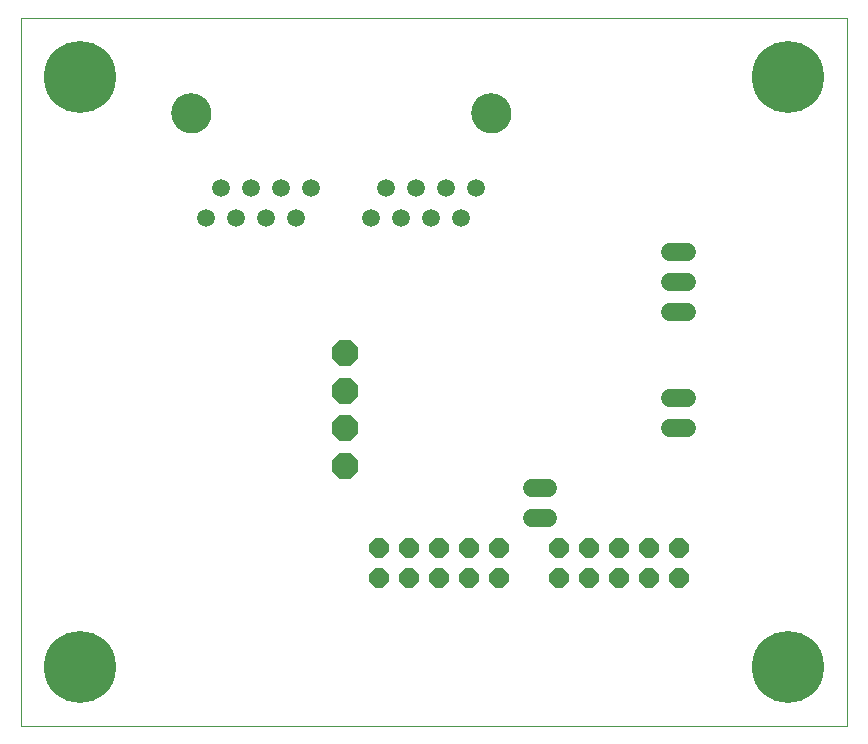
<source format=gbs>
G75*
%MOIN*%
%OFA0B0*%
%FSLAX25Y25*%
%IPPOS*%
%LPD*%
%AMOC8*
5,1,8,0,0,1.08239X$1,22.5*
%
%ADD10C,0.00000*%
%ADD11OC8,0.06400*%
%ADD12C,0.06000*%
%ADD13C,0.05900*%
%ADD14C,0.13200*%
%ADD15OC8,0.08900*%
%ADD16C,0.24022*%
D10*
X0001800Y0001800D02*
X0001800Y0238020D01*
X0277391Y0238020D01*
X0277391Y0001800D01*
X0001800Y0001800D01*
X0052270Y0206170D02*
X0052272Y0206330D01*
X0052278Y0206489D01*
X0052288Y0206648D01*
X0052302Y0206807D01*
X0052320Y0206966D01*
X0052341Y0207124D01*
X0052367Y0207281D01*
X0052397Y0207438D01*
X0052430Y0207594D01*
X0052468Y0207749D01*
X0052509Y0207903D01*
X0052554Y0208056D01*
X0052603Y0208208D01*
X0052656Y0208359D01*
X0052712Y0208508D01*
X0052773Y0208656D01*
X0052836Y0208802D01*
X0052904Y0208947D01*
X0052975Y0209090D01*
X0053049Y0209231D01*
X0053127Y0209370D01*
X0053209Y0209507D01*
X0053294Y0209642D01*
X0053382Y0209775D01*
X0053474Y0209906D01*
X0053568Y0210034D01*
X0053666Y0210160D01*
X0053767Y0210284D01*
X0053871Y0210405D01*
X0053978Y0210523D01*
X0054088Y0210639D01*
X0054201Y0210752D01*
X0054317Y0210862D01*
X0054435Y0210969D01*
X0054556Y0211073D01*
X0054680Y0211174D01*
X0054806Y0211272D01*
X0054934Y0211366D01*
X0055065Y0211458D01*
X0055198Y0211546D01*
X0055333Y0211631D01*
X0055470Y0211713D01*
X0055609Y0211791D01*
X0055750Y0211865D01*
X0055893Y0211936D01*
X0056038Y0212004D01*
X0056184Y0212067D01*
X0056332Y0212128D01*
X0056481Y0212184D01*
X0056632Y0212237D01*
X0056784Y0212286D01*
X0056937Y0212331D01*
X0057091Y0212372D01*
X0057246Y0212410D01*
X0057402Y0212443D01*
X0057559Y0212473D01*
X0057716Y0212499D01*
X0057874Y0212520D01*
X0058033Y0212538D01*
X0058192Y0212552D01*
X0058351Y0212562D01*
X0058510Y0212568D01*
X0058670Y0212570D01*
X0058830Y0212568D01*
X0058989Y0212562D01*
X0059148Y0212552D01*
X0059307Y0212538D01*
X0059466Y0212520D01*
X0059624Y0212499D01*
X0059781Y0212473D01*
X0059938Y0212443D01*
X0060094Y0212410D01*
X0060249Y0212372D01*
X0060403Y0212331D01*
X0060556Y0212286D01*
X0060708Y0212237D01*
X0060859Y0212184D01*
X0061008Y0212128D01*
X0061156Y0212067D01*
X0061302Y0212004D01*
X0061447Y0211936D01*
X0061590Y0211865D01*
X0061731Y0211791D01*
X0061870Y0211713D01*
X0062007Y0211631D01*
X0062142Y0211546D01*
X0062275Y0211458D01*
X0062406Y0211366D01*
X0062534Y0211272D01*
X0062660Y0211174D01*
X0062784Y0211073D01*
X0062905Y0210969D01*
X0063023Y0210862D01*
X0063139Y0210752D01*
X0063252Y0210639D01*
X0063362Y0210523D01*
X0063469Y0210405D01*
X0063573Y0210284D01*
X0063674Y0210160D01*
X0063772Y0210034D01*
X0063866Y0209906D01*
X0063958Y0209775D01*
X0064046Y0209642D01*
X0064131Y0209507D01*
X0064213Y0209370D01*
X0064291Y0209231D01*
X0064365Y0209090D01*
X0064436Y0208947D01*
X0064504Y0208802D01*
X0064567Y0208656D01*
X0064628Y0208508D01*
X0064684Y0208359D01*
X0064737Y0208208D01*
X0064786Y0208056D01*
X0064831Y0207903D01*
X0064872Y0207749D01*
X0064910Y0207594D01*
X0064943Y0207438D01*
X0064973Y0207281D01*
X0064999Y0207124D01*
X0065020Y0206966D01*
X0065038Y0206807D01*
X0065052Y0206648D01*
X0065062Y0206489D01*
X0065068Y0206330D01*
X0065070Y0206170D01*
X0065068Y0206010D01*
X0065062Y0205851D01*
X0065052Y0205692D01*
X0065038Y0205533D01*
X0065020Y0205374D01*
X0064999Y0205216D01*
X0064973Y0205059D01*
X0064943Y0204902D01*
X0064910Y0204746D01*
X0064872Y0204591D01*
X0064831Y0204437D01*
X0064786Y0204284D01*
X0064737Y0204132D01*
X0064684Y0203981D01*
X0064628Y0203832D01*
X0064567Y0203684D01*
X0064504Y0203538D01*
X0064436Y0203393D01*
X0064365Y0203250D01*
X0064291Y0203109D01*
X0064213Y0202970D01*
X0064131Y0202833D01*
X0064046Y0202698D01*
X0063958Y0202565D01*
X0063866Y0202434D01*
X0063772Y0202306D01*
X0063674Y0202180D01*
X0063573Y0202056D01*
X0063469Y0201935D01*
X0063362Y0201817D01*
X0063252Y0201701D01*
X0063139Y0201588D01*
X0063023Y0201478D01*
X0062905Y0201371D01*
X0062784Y0201267D01*
X0062660Y0201166D01*
X0062534Y0201068D01*
X0062406Y0200974D01*
X0062275Y0200882D01*
X0062142Y0200794D01*
X0062007Y0200709D01*
X0061870Y0200627D01*
X0061731Y0200549D01*
X0061590Y0200475D01*
X0061447Y0200404D01*
X0061302Y0200336D01*
X0061156Y0200273D01*
X0061008Y0200212D01*
X0060859Y0200156D01*
X0060708Y0200103D01*
X0060556Y0200054D01*
X0060403Y0200009D01*
X0060249Y0199968D01*
X0060094Y0199930D01*
X0059938Y0199897D01*
X0059781Y0199867D01*
X0059624Y0199841D01*
X0059466Y0199820D01*
X0059307Y0199802D01*
X0059148Y0199788D01*
X0058989Y0199778D01*
X0058830Y0199772D01*
X0058670Y0199770D01*
X0058510Y0199772D01*
X0058351Y0199778D01*
X0058192Y0199788D01*
X0058033Y0199802D01*
X0057874Y0199820D01*
X0057716Y0199841D01*
X0057559Y0199867D01*
X0057402Y0199897D01*
X0057246Y0199930D01*
X0057091Y0199968D01*
X0056937Y0200009D01*
X0056784Y0200054D01*
X0056632Y0200103D01*
X0056481Y0200156D01*
X0056332Y0200212D01*
X0056184Y0200273D01*
X0056038Y0200336D01*
X0055893Y0200404D01*
X0055750Y0200475D01*
X0055609Y0200549D01*
X0055470Y0200627D01*
X0055333Y0200709D01*
X0055198Y0200794D01*
X0055065Y0200882D01*
X0054934Y0200974D01*
X0054806Y0201068D01*
X0054680Y0201166D01*
X0054556Y0201267D01*
X0054435Y0201371D01*
X0054317Y0201478D01*
X0054201Y0201588D01*
X0054088Y0201701D01*
X0053978Y0201817D01*
X0053871Y0201935D01*
X0053767Y0202056D01*
X0053666Y0202180D01*
X0053568Y0202306D01*
X0053474Y0202434D01*
X0053382Y0202565D01*
X0053294Y0202698D01*
X0053209Y0202833D01*
X0053127Y0202970D01*
X0053049Y0203109D01*
X0052975Y0203250D01*
X0052904Y0203393D01*
X0052836Y0203538D01*
X0052773Y0203684D01*
X0052712Y0203832D01*
X0052656Y0203981D01*
X0052603Y0204132D01*
X0052554Y0204284D01*
X0052509Y0204437D01*
X0052468Y0204591D01*
X0052430Y0204746D01*
X0052397Y0204902D01*
X0052367Y0205059D01*
X0052341Y0205216D01*
X0052320Y0205374D01*
X0052302Y0205533D01*
X0052288Y0205692D01*
X0052278Y0205851D01*
X0052272Y0206010D01*
X0052270Y0206170D01*
X0152270Y0206170D02*
X0152272Y0206330D01*
X0152278Y0206489D01*
X0152288Y0206648D01*
X0152302Y0206807D01*
X0152320Y0206966D01*
X0152341Y0207124D01*
X0152367Y0207281D01*
X0152397Y0207438D01*
X0152430Y0207594D01*
X0152468Y0207749D01*
X0152509Y0207903D01*
X0152554Y0208056D01*
X0152603Y0208208D01*
X0152656Y0208359D01*
X0152712Y0208508D01*
X0152773Y0208656D01*
X0152836Y0208802D01*
X0152904Y0208947D01*
X0152975Y0209090D01*
X0153049Y0209231D01*
X0153127Y0209370D01*
X0153209Y0209507D01*
X0153294Y0209642D01*
X0153382Y0209775D01*
X0153474Y0209906D01*
X0153568Y0210034D01*
X0153666Y0210160D01*
X0153767Y0210284D01*
X0153871Y0210405D01*
X0153978Y0210523D01*
X0154088Y0210639D01*
X0154201Y0210752D01*
X0154317Y0210862D01*
X0154435Y0210969D01*
X0154556Y0211073D01*
X0154680Y0211174D01*
X0154806Y0211272D01*
X0154934Y0211366D01*
X0155065Y0211458D01*
X0155198Y0211546D01*
X0155333Y0211631D01*
X0155470Y0211713D01*
X0155609Y0211791D01*
X0155750Y0211865D01*
X0155893Y0211936D01*
X0156038Y0212004D01*
X0156184Y0212067D01*
X0156332Y0212128D01*
X0156481Y0212184D01*
X0156632Y0212237D01*
X0156784Y0212286D01*
X0156937Y0212331D01*
X0157091Y0212372D01*
X0157246Y0212410D01*
X0157402Y0212443D01*
X0157559Y0212473D01*
X0157716Y0212499D01*
X0157874Y0212520D01*
X0158033Y0212538D01*
X0158192Y0212552D01*
X0158351Y0212562D01*
X0158510Y0212568D01*
X0158670Y0212570D01*
X0158830Y0212568D01*
X0158989Y0212562D01*
X0159148Y0212552D01*
X0159307Y0212538D01*
X0159466Y0212520D01*
X0159624Y0212499D01*
X0159781Y0212473D01*
X0159938Y0212443D01*
X0160094Y0212410D01*
X0160249Y0212372D01*
X0160403Y0212331D01*
X0160556Y0212286D01*
X0160708Y0212237D01*
X0160859Y0212184D01*
X0161008Y0212128D01*
X0161156Y0212067D01*
X0161302Y0212004D01*
X0161447Y0211936D01*
X0161590Y0211865D01*
X0161731Y0211791D01*
X0161870Y0211713D01*
X0162007Y0211631D01*
X0162142Y0211546D01*
X0162275Y0211458D01*
X0162406Y0211366D01*
X0162534Y0211272D01*
X0162660Y0211174D01*
X0162784Y0211073D01*
X0162905Y0210969D01*
X0163023Y0210862D01*
X0163139Y0210752D01*
X0163252Y0210639D01*
X0163362Y0210523D01*
X0163469Y0210405D01*
X0163573Y0210284D01*
X0163674Y0210160D01*
X0163772Y0210034D01*
X0163866Y0209906D01*
X0163958Y0209775D01*
X0164046Y0209642D01*
X0164131Y0209507D01*
X0164213Y0209370D01*
X0164291Y0209231D01*
X0164365Y0209090D01*
X0164436Y0208947D01*
X0164504Y0208802D01*
X0164567Y0208656D01*
X0164628Y0208508D01*
X0164684Y0208359D01*
X0164737Y0208208D01*
X0164786Y0208056D01*
X0164831Y0207903D01*
X0164872Y0207749D01*
X0164910Y0207594D01*
X0164943Y0207438D01*
X0164973Y0207281D01*
X0164999Y0207124D01*
X0165020Y0206966D01*
X0165038Y0206807D01*
X0165052Y0206648D01*
X0165062Y0206489D01*
X0165068Y0206330D01*
X0165070Y0206170D01*
X0165068Y0206010D01*
X0165062Y0205851D01*
X0165052Y0205692D01*
X0165038Y0205533D01*
X0165020Y0205374D01*
X0164999Y0205216D01*
X0164973Y0205059D01*
X0164943Y0204902D01*
X0164910Y0204746D01*
X0164872Y0204591D01*
X0164831Y0204437D01*
X0164786Y0204284D01*
X0164737Y0204132D01*
X0164684Y0203981D01*
X0164628Y0203832D01*
X0164567Y0203684D01*
X0164504Y0203538D01*
X0164436Y0203393D01*
X0164365Y0203250D01*
X0164291Y0203109D01*
X0164213Y0202970D01*
X0164131Y0202833D01*
X0164046Y0202698D01*
X0163958Y0202565D01*
X0163866Y0202434D01*
X0163772Y0202306D01*
X0163674Y0202180D01*
X0163573Y0202056D01*
X0163469Y0201935D01*
X0163362Y0201817D01*
X0163252Y0201701D01*
X0163139Y0201588D01*
X0163023Y0201478D01*
X0162905Y0201371D01*
X0162784Y0201267D01*
X0162660Y0201166D01*
X0162534Y0201068D01*
X0162406Y0200974D01*
X0162275Y0200882D01*
X0162142Y0200794D01*
X0162007Y0200709D01*
X0161870Y0200627D01*
X0161731Y0200549D01*
X0161590Y0200475D01*
X0161447Y0200404D01*
X0161302Y0200336D01*
X0161156Y0200273D01*
X0161008Y0200212D01*
X0160859Y0200156D01*
X0160708Y0200103D01*
X0160556Y0200054D01*
X0160403Y0200009D01*
X0160249Y0199968D01*
X0160094Y0199930D01*
X0159938Y0199897D01*
X0159781Y0199867D01*
X0159624Y0199841D01*
X0159466Y0199820D01*
X0159307Y0199802D01*
X0159148Y0199788D01*
X0158989Y0199778D01*
X0158830Y0199772D01*
X0158670Y0199770D01*
X0158510Y0199772D01*
X0158351Y0199778D01*
X0158192Y0199788D01*
X0158033Y0199802D01*
X0157874Y0199820D01*
X0157716Y0199841D01*
X0157559Y0199867D01*
X0157402Y0199897D01*
X0157246Y0199930D01*
X0157091Y0199968D01*
X0156937Y0200009D01*
X0156784Y0200054D01*
X0156632Y0200103D01*
X0156481Y0200156D01*
X0156332Y0200212D01*
X0156184Y0200273D01*
X0156038Y0200336D01*
X0155893Y0200404D01*
X0155750Y0200475D01*
X0155609Y0200549D01*
X0155470Y0200627D01*
X0155333Y0200709D01*
X0155198Y0200794D01*
X0155065Y0200882D01*
X0154934Y0200974D01*
X0154806Y0201068D01*
X0154680Y0201166D01*
X0154556Y0201267D01*
X0154435Y0201371D01*
X0154317Y0201478D01*
X0154201Y0201588D01*
X0154088Y0201701D01*
X0153978Y0201817D01*
X0153871Y0201935D01*
X0153767Y0202056D01*
X0153666Y0202180D01*
X0153568Y0202306D01*
X0153474Y0202434D01*
X0153382Y0202565D01*
X0153294Y0202698D01*
X0153209Y0202833D01*
X0153127Y0202970D01*
X0153049Y0203109D01*
X0152975Y0203250D01*
X0152904Y0203393D01*
X0152836Y0203538D01*
X0152773Y0203684D01*
X0152712Y0203832D01*
X0152656Y0203981D01*
X0152603Y0204132D01*
X0152554Y0204284D01*
X0152509Y0204437D01*
X0152468Y0204591D01*
X0152430Y0204746D01*
X0152397Y0204902D01*
X0152367Y0205059D01*
X0152341Y0205216D01*
X0152320Y0205374D01*
X0152302Y0205533D01*
X0152288Y0205692D01*
X0152278Y0205851D01*
X0152272Y0206010D01*
X0152270Y0206170D01*
D11*
X0151170Y0061170D03*
X0161170Y0061170D03*
X0161170Y0051170D03*
X0151170Y0051170D03*
X0141170Y0051170D03*
X0131170Y0051170D03*
X0121170Y0051170D03*
X0121170Y0061170D03*
X0131170Y0061170D03*
X0141170Y0061170D03*
X0181170Y0061170D03*
X0181170Y0051170D03*
X0191170Y0051170D03*
X0191170Y0061170D03*
X0201170Y0061170D03*
X0211170Y0061170D03*
X0211170Y0051170D03*
X0201170Y0051170D03*
X0221170Y0051170D03*
X0221170Y0061170D03*
D12*
X0218370Y0101170D02*
X0223970Y0101170D01*
X0223970Y0111170D02*
X0218370Y0111170D01*
X0218370Y0139920D02*
X0223970Y0139920D01*
X0223970Y0149920D02*
X0218370Y0149920D01*
X0218370Y0159920D02*
X0223970Y0159920D01*
X0177720Y0081170D02*
X0172120Y0081170D01*
X0172120Y0071170D02*
X0177720Y0071170D01*
D13*
X0148670Y0171170D03*
X0138670Y0171170D03*
X0128670Y0171170D03*
X0118670Y0171170D03*
X0123670Y0181170D03*
X0133670Y0181170D03*
X0143670Y0181170D03*
X0153670Y0181170D03*
X0098670Y0181170D03*
X0088670Y0181170D03*
X0078670Y0181170D03*
X0068670Y0181170D03*
X0063670Y0171170D03*
X0073670Y0171170D03*
X0083670Y0171170D03*
X0093670Y0171170D03*
D14*
X0058670Y0206170D03*
X0158670Y0206170D03*
D15*
X0109920Y0126170D03*
X0109920Y0113670D03*
X0109920Y0101170D03*
X0109920Y0088670D03*
D16*
X0021485Y0021485D03*
X0021485Y0218335D03*
X0257706Y0218335D03*
X0257706Y0021485D03*
M02*

</source>
